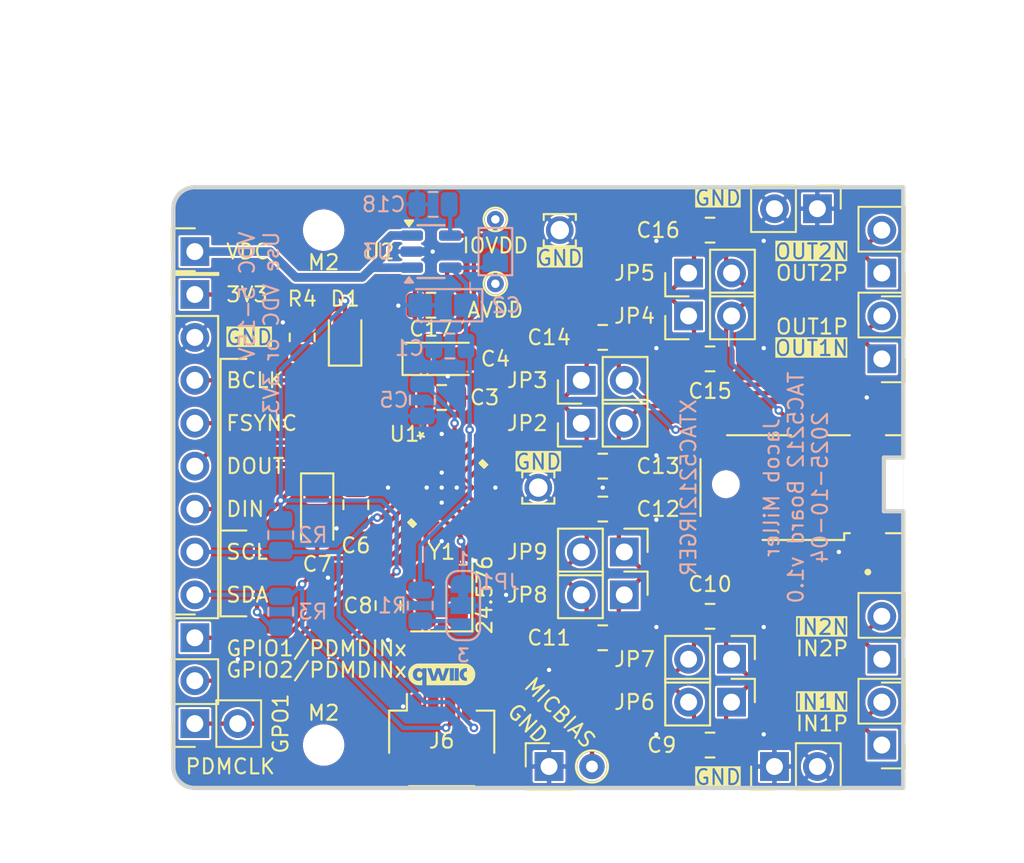
<source format=kicad_pcb>
(kicad_pcb (version 20241229) (generator "pcbnew") (generator_version "9.0")
  (title_block (title "TAC5212 Board") (date "2025-10-04") (rev "v1.0") (company "Jacob Miller"))
  (layers (0 "F.Cu" signal) (4 "In1.Cu" power) (6 "In2.Cu" power) (2 "B.Cu" signal) (13 "F.Paste" user) (15 "B.Paste" user) (5 "F.SilkS" user "F.Silkscreen") (7 "B.SilkS" user "B.Silkscreen") (1 "F.Mask" user) (3 "B.Mask" user) (25 "Edge.Cuts" user))
  (net 0 "")
  (net 1 "+3.3V")
  (net 2 "/DREG")
  (net 3 "/VREF")
  (net 4 "/ADDR")
  (net 5 "Net-(JP1-B)")
  (net 6 "Net-(U1A-MICBIAS)")
  (net 7 "/IN1P")
  (net 8 "OSC")
  (net 9 "GND")
  (net 10 "/IN2P")
  (net 11 "/CIN1P")
  (net 12 "/CIN2P")
  (net 13 "/CIN1N")
  (net 14 "/IN1N")
  (net 15 "/CIN2N")
  (net 16 "/IN2N")
  (net 17 "SCL")
  (net 18 "BCLK")
  (net 19 "FSYNC")
  (net 20 "DIN")
  (net 21 "SDA")
  (net 22 "DOUT")
  (net 23 "/OUT1N")
  (net 24 "/OUT1P")
  (net 25 "/COUT1N")
  (net 26 "/OUT2P")
  (net 27 "/COUT2P")
  (net 28 "/OUT2N")
  (net 29 "/COUT2N")
  (net 30 "/COUT1P")
  (net 31 "Net-(D1-K)")
  (net 32 "/GPO1{slash}PDMCLK")
  (net 33 "/GPIO2{slash}PDMDINx")
  (net 34 "/GPIO1{slash}PDMDINx")
  (net 35 "Net-(U2-BP)")
  (net 36 "VDC")
  (net 39 "AVDD")
  (net 40 "Net-(U3-BP)")
  (footprint "Connector_PinHeader_2.54mm:PinHeader_1x02_P2.54mm_Vertical" (layer "F.Cu") (at 123.19 83.82 180)
    (property "Reference" "J2" (hide yes))
    (property "Value" "AIN1" (hide yes))
  )
  (footprint "Capacitor_Tantalum_SMD:CP_EIA-3216-10_Kemet-I" (layer "F.Cu") (at 97.155 60.96)
    (property "Reference" "C4")
    (property "Value" "10uF")
  )
  (footprint "Connector_PinHeader_2.54mm:PinHeader_1x02_P2.54mm_Vertical" (layer "F.Cu") (at 119.38 52.07 -90)
    (property "Reference" "J3" (hide yes))
    (property "Value" "AOUT_GND" (hide yes))
  )
  (footprint "Connector_PinHeader_2.54mm:PinHeader_1x02_P2.54mm_Vertical" (layer "F.Cu") (at 114.3 78.74 -90)
    (property "Reference" "JP7")
    (property "Value" "IN1N_C_BYP" (hide yes))
  )
  (footprint "Capacitor_SMD:C_0805_2012Metric" (layer "F.Cu") (at 93.98 75.565 90)
    (property "Reference" "C8")
    (property "Value" "0.1uF")
  )
  (footprint "Capacitor_SMD:C_0805_2012Metric" (layer "F.Cu") (at 96.52 57.785 180)
    (property "Reference" "C17")
    (property "Value" "0.1uF")
  )
  (footprint "Connector_PinHeader_2.54mm:PinHeader_1x02_P2.54mm_Vertical" (layer "F.Cu") (at 105.41 62.23 90)
    (property "Reference" "JP3")
    (property "Value" "OUT1P_C_BYP" (hide yes))
  )
  (footprint "LED_SMD:LED_0805_2012Metric" (layer "F.Cu") (at 91.44 59.674 90)
    (property "Reference" "D1")
    (property "Value" "150080VS75000" (hide yes))
  )
  (footprint "Capacitor_SMD:C_0805_2012Metric" (layer "F.Cu") (at 106.685 69.85 180)
    (property "Reference" "C12")
    (property "Value" "10uF")
  )
  (footprint "Capacitor_SMD:C_0805_2012Metric" (layer "F.Cu") (at 106.68 67.31)
    (property "Reference" "C13")
    (property "Value" "10uF")
  )
  (footprint "Package_TO_SOT_SMD:SOT-23-5" (layer "F.Cu") (at 96.52 54.61)
    (property "Reference" "U2")
    (property "Value" "SPX3819M5-L-3-3" (hide yes))
  )
  (footprint "Connector_PinHeader_2.54mm:PinHeader_1x02_P2.54mm_Vertical" (layer "F.Cu") (at 116.84 85.09 90)
    (property "Reference" "J10" (hide yes))
    (property "Value" "AIN_GND" (hide yes))
  )
  (footprint "MountingHole:MountingHole_2.2mm_M2" (layer "F.Cu") (at 90.17 83.82)
    (property "Reference" "H3")
    (property "Value" "MH")
  )
  (footprint "Capacitor_SMD:C_0805_2012Metric" (layer "F.Cu") (at 92.075 69.596 -90)
    (property "Reference" "C6")
    (property "Value" "0.1uF")
  )
  (footprint "Resistor_SMD:R_0805_2012Metric" (layer "F.Cu") (at 88.9 59.69 90)
    (property "Reference" "R4")
    (property "Value" "120")
  )
  (footprint "Connector_PinHeader_2.54mm:PinHeader_1x02_P2.54mm_Vertical" (layer "F.Cu") (at 107.955 72.39 -90)
    (property "Reference" "JP9")
    (property "Value" "IN2N_C_BYP" (hide yes))
  )
  (footprint "Connector_PinHeader_2.54mm:PinHeader_1x08_P2.54mm_Vertical" (layer "F.Cu") (at 82.55 57.15)
    (property "Reference" "J1")
    (property "Value" "DIGI")
  )
  (footprint "TestPoint:TestPoint_THTPad_D1.5mm_Drill0.7mm" (layer "F.Cu") (at 106.045 85.09)
    (property "Reference" "TP1" (hide yes))
    (property "Value" "MICBIAS")
  )
  (footprint "Connectors_JST:JST_SH_SM04B-SRSS-TB_1x04-1MP_P1.00mm_Horizontal" (layer "F.Cu") (at 97.155 83.566)
    (property "Reference" "J6")
    (property "Value" "Qwiic")
  )
  (footprint "TestPoint:TestPoint_THTPad_D1.0mm_Drill0.5mm" (layer "F.Cu") (at 100.33 56.515)
    (property "Reference" "TP5" (hide yes))
    (property "Value" "AVDD")
  )
  (footprint "Oscillator:Oscillator_SMD_SeikoEpson_SG8002CE-4Pin_3.2x2.5mm" (layer "F.Cu") (at 97.155 74.93 90)
    (property "Reference" "Y1")
    (property "Value" "830207659209" (hide yes))
  )
  (footprint "Connector_PinHeader_2.54mm:PinHeader_1x02_P2.54mm_Vertical" (layer "F.Cu") (at 123.19 78.74 180)
    (property "Reference" "J9" (hide yes))
    (property "Value" "AIN2" (hide yes))
  )
  (footprint "Capacitor_SMD:C_0805_2012Metric" (layer "F.Cu") (at 113.03 60.96)
    (property "Reference" "C15")
    (property "Value" "10uF")
  )
  (footprint "Connector_PinHeader_2.54mm:PinHeader_1x02_P2.54mm_Vertical" (layer "F.Cu") (at 111.76 58.42 90)
    (property "Reference" "JP4")
    (property "Value" "OUT2P_C_BYP" (hide yes))
  )
  (footprint "SparkFun-Qwiic:qwiic_4mm" (layer "F.Cu") (at 97.155 79.629)
    (property "Reference" "G***" (hide yes))
    (property "Value" "LOGO" (hide yes))
  )
  (footprint "Connector_PinHeader_2.54mm:PinHeader_1x02_P2.54mm_Vertical" (layer "F.Cu") (at 82.55 82.55 90)
    (property "Reference" "J8" (hide yes))
    (property "Value" "CLK" (hide yes))
  )
  (footprint "Capacitor_SMD:C_0805_2012Metric" (layer "F.Cu") (at 106.68 77.47 180)
    (property "Reference" "C11")
    (property "Value" "10uF")
  )
  (footprint "Connector_PinHeader_2.54mm:PinHeader_1x02_P2.54mm_Vertical" (layer "F.Cu") (at 105.41 64.77 90)
    (property "Reference" "JP2")
    (property "Value" "OUT1N_C_BYP" (hide yes))
  )
  (footprint "footprints_2:1030" (layer "F.Cu") (at 104.14 53.34)
    (property "Reference" "TP4" (hide yes))
    (property "Value" "GND")
  )
  (footprint "MountingHole:MountingHole_2.2mm_M2" (layer "F.Cu") (at 90.17 53.34)
    (property "Reference" "H2")
    (property "Value" "MH")
  )
  (footprint "Capacitor_SMD:C_0805_2012Metric" (layer "F.Cu") (at 113.03 53.34)
    (property "Reference" "C16")
    (property "Value" "10uF")
  )
  (footprint "footprints:VQFN24_RGE_CORNERPADS_TEX" (layer "F.Cu") (at 97.155 68.58 -45)
    (property "Reference" "U1")
    (property "Value" "XTAC5212IRGER")
  )
  (footprint "Connector_PinHeader_2.54mm:PinHeader_1x02_P2.54mm_Vertical" (layer "F.Cu") (at 114.3 81.28 -90)
    (property "Reference" "JP6")
    (property "Value" "IN1P_C_BYP" (hide yes))
  )
  (footprint "Connector_PinHeader_2.54mm:PinHeader_1x02_P2.54mm_Vertical" (layer "F.Cu") (at 123.19 60.96 180)
    (property "Reference" "J11" (hide yes))
    (property "Value" "AOUT1" (hide yes))
  )
  (footprint "Connector_PinHeader_2.54mm:PinHeader_1x02_P2.54mm_Vertical" (layer "F.Cu") (at 111.76 55.88 90)
    (property "Reference" "JP5")
    (property "Value" "OUT2N_C_BYP" (hide yes))
  )
  (footprint "Capacitor_SMD:C_0805_2012Metric" (layer "F.Cu") (at 97.155 63.246)
    (property "Reference" "C3")
    (property "Value" "0.1uF")
  )
  (footprint "Connector_PinHeader_2.54mm:PinHeader_1x02_P2.54mm_Vertical" (layer "F.Cu") (at 123.19 55.88 180)
    (property "Reference" "J12" (hide yes))
    (property "Value" "AOUT2" (hide yes))
  )
  (footprint "Connector_PinHeader_2.54mm:PinHeader_1x02_P2.54mm_Vertical" (layer "F.Cu") (at 107.955 74.93 -90)
    (property "Reference" "JP8")
    (property "Value" "IN2P_C_BYP" (hide yes))
  )
  (footprint "Capacitor_SMD:C_0805_2012Metric" (layer "F.Cu") (at 113.03 83.82 180)
    (property "Reference" "C9")
    (property "Value" "10uF")
  )
  (footprint "Headphone_Jack:TENSILITY_54-00178" (layer "F.Cu") (at 118.4656 68.58 90)
    (property "Reference" "J13" (hide yes))
    (property "Value" "54-00178" (hide yes))
    (fp_line (start 1.8 4.9) (end 1.8 6) (stroke (width 0.01)) (layer "Edge.Cuts"))
    (fp_line (start -1.4 4.9) (end 1.8 4.9) (stroke (width 0.01)) (layer "Edge.Cuts"))
    (fp_line (start 1.8 6) (end -1.4 6) (stroke (width 0.01)) (layer "Edge.Cuts"))
    (fp_line (start -1.4 6) (end -1.4 4.9) (stroke (width 0.01)) (layer "Edge.Cuts"))
  )
  (footprint "TestPoint:TestPoint_THTPad_D1.0mm_Drill0.5mm" (layer "F.Cu") (at 100.33 52.705)
    (property "Reference" "TP3" (hide yes))
    (property "Value" "IOVDD")
  )
  (footprint "Capacitor_Tantalum_SMD:CP_EIA-3216-10_Kemet-I" (layer "F.Cu") (at 89.789 70.0595 -90)
    (property "Reference" "C7")
    (property "Value" "10uF")
  )
  (footprint "Capacitor_SMD:C_0805_2012Metric" (layer "F.Cu") (at 106.68 59.69)
    (property "Reference" "C14")
    (property "Value" "10uF")
  )
  (footprint "Connector_PinHeader_2.54mm:PinHeader_1x01_P2.54mm_Vertical" (layer "F.Cu") (at 103.505 85.09)
    (property "Reference" "J7" (hide yes))
    (property "Value" "MIC_GND" (hide yes))
  )
  (footprint "footprints_2:1030" (layer "F.Cu") (at 102.87 68.58)
    (property "Reference" "TP2" (hide yes))
    (property "Value" "GND")
  )
  (footprint "Capacitor_SMD:C_0805_2012Metric" (layer "F.Cu") (at 113.03 76.2 180)
    (property "Reference" "C10")
    (property "Value" "10uF")
  )
  (footprint "Connector_PinHeader_2.54mm:PinHeader_1x01_P2.54mm_Vertical" (layer "F.Cu") (at 82.55 54.61)
    (property "Reference" "J5")
    (property "Value" "VDC")
  )
  (footprint "Connector_PinHeader_2.54mm:PinHeader_1x02_P2.54mm_Vertical" (layer "F.Cu") (at 82.55 77.47)
    (property "Reference" "J4" (hide yes))
    (property "Value" "DIN" (hide yes))
  )
  (footprint "Resistor_SMD:R_0805_2012Metric" (layer "B.Cu") (at 87.63 71.39 -90)
    (property "Reference" "R2")
    (property "Value" "2.2K")
  )
  (footprint "Capacitor_SMD:C_0805_2012Metric" (layer "B.Cu") (at 96.012 63.3945 -90)
    (property "Reference" "C5")
    (property "Value" "1uF")
  )
  (footprint "Package_TO_SOT_SMD:SOT-23-5" (layer "B.Cu") (at 96.52 54.61)
    (property "Reference" "U3")
    (property "Value" "SPX3819M5-L-3-3" (hide yes))
  )
  (footprint "Capacitor_SMD:C_0805_2012Metric" (layer "B.Cu") (at 97.6415 60.198 180)
    (property "Reference" "C1")
    (property "Value" "0.1uF")
  )
  (footprint "Capacitor_Tantalum_SMD:CP_EIA-3216-10_Kemet-I" (layer "B.Cu") (at 97.239 57.785 180)
    (property "Reference" "C2")
    (property "Value" "10uF")
  )
  (footprint "Jumper:SolderJumper-3_P1.3mm_Bridged12_RoundedPad1.0x1.5mm_NumberLabels" (layer "B.Cu") (at 98.425 75.565 -90)
    (property "Reference" "JP1")
    (property "Value" "ADDR" (hide yes))
  )
  (footprint "Resistor_SMD:R_0805_2012Metric" (layer "B.Cu") (at 95.885 75.565 -90)
    (property "Reference" "R1")
    (property "Value" "R_ADDR")
  )
  (footprint "Resistor_SMD:R_0805_2012Metric" (layer "B.Cu") (at 87.63 75.93 90)
    (property "Reference" "R3")
    (property "Value" "2.2K")
  )
  (footprint "Capacitor_SMD:C_0805_2012Metric" (layer "B.Cu") (at 96.647 51.816 180)
    (property "Reference" "C18")
    (property "Value" "0.1uF")
  )
  (footprint "Jumper:SolderJumper-2_P1.3mm_Open_TrianglePad1.0x1.5mm" (layer "B.Cu") (at 100.33 54.61 90)
    (property "Reference" "JP10" (hide yes))
    (property "Value" "Jumper_2_Small_Open" (hide yes))
  )
  (gr_line (start 84.074 60.96) (end 85.598 60.96) (stroke (width 0.127)) (layer "F.SilkS"))
  (gr_line (start 84.074 60.96) (end 84.074 71.12) (stroke (width 0.127)) (layer "F.SilkS"))
  (gr_line (start 84.074 76.2) (end 85.598 76.2) (stroke (width 0.127)) (layer "F.SilkS"))
  (gr_line (start 84.074 71.12) (end 84.074 76.2) (stroke (width 0.127)) (layer "F.SilkS"))
  (gr_line (start 84.074 71.12) (end 85.598 71.12) (stroke (width 0.127)) (layer "F.SilkS"))
  (gr_arc (start 81.28 52.07) (mid 81.651974 51.171974) (end 82.55 50.8) (stroke (width 0.254)) (layer "Edge.Cuts"))
  (gr_arc (start 82.55 86.36) (mid 81.651974 85.988026) (end 81.28 85.09) (stroke (width 0.254)) (layer "Edge.Cuts"))
  (gr_line (start 123.317 66.802) (end 123.317 69.977) (stroke (width 0.254)) (layer "Edge.Cuts"))
  (gr_line (start 124.46 69.977) (end 124.46 86.36) (stroke (width 0.254)) (layer "Edge.Cuts"))
  (gr_line (start 124.46 66.802) (end 123.317 66.802) (stroke (width 0.254)) (layer "Edge.Cuts"))
  (gr_line (start 124.46 50.8) (end 124.46 66.802) (stroke (width 0.254)) (layer "Edge.Cuts"))
  (gr_line (start 124.46 66.802) (end 124.46 66.802) (stroke (width 0.254)) (layer "Edge.Cuts"))
  (gr_line (start 82.55 50.8) (end 124.46 50.8) (stroke (width 0.254)) (layer "Edge.Cuts"))
  (gr_line (start 124.46 86.36) (end 82.55 86.36) (stroke (width 0.254)) (layer "Edge.Cuts"))
  (gr_line (start 81.28 85.09) (end 81.28 52.07) (stroke (width 0.254)) (layer "Edge.Cuts"))
  (gr_line (start 123.317 69.977) (end 124.4656 69.98) (stroke (width 0.254)) (layer "Edge.Cuts"))
  (gr_text "DIN" (at 84.328 69.85 0) (layer "F.SilkS") (effects (font (size 0.889 0.889) (thickness 0.127)) (justify left)))
  (gr_text "DOUT" (at 84.328 67.31 0) (layer "F.SilkS") (effects (font (size 0.889 0.889) (thickness 0.127)) (justify left)))
  (gr_text "OUT2N" (at 121.285 54.61 0) (layer "F.SilkS" knockout) (effects (font (size 0.889 0.889) (thickness 0.127)) (justify right)))
  (gr_text "IN1N" (at 121.285 81.28 0) (layer "F.SilkS" knockout) (effects (font (size 0.889 0.889) (thickness 0.127)) (justify right)))
  (gr_text "GND" (at 102.235 82.55 315) (layer "F.SilkS") (effects (font (size 0.889 0.889) (thickness 0.127))))
  (gr_text "BCLK" (at 84.328 62.23 0) (layer "F.SilkS") (effects (font (size 0.889 0.889) (thickness 0.127)) (justify left)))
  (gr_text "M2" (at 90.17 81.915 0) (layer "F.SilkS") (effects (font (size 0.889 0.889) (thickness 0.127) (bold yes))))
  (gr_text "GND" (at 84.328 59.69 0) (layer "F.SilkS" knockout) (effects (font (size 0.889 0.889) (thickness 0.127)) (justify left)))
  (gr_text "GND" (at 114.935 51.435 0) (layer "F.SilkS" knockout) (effects (font (size 0.889 0.889) (thickness 0.127)) (justify right)))
  (gr_text "PDMCLK" (at 81.915 85.09 0) (layer "F.SilkS") (effects (font (size 0.889 0.889) (thickness 0.127)) (justify left)))
  (gr_text "GND" (at 114.935 85.725 0) (layer "F.SilkS" knockout) (effects (font (size 0.889 0.889) (thickness 0.127)) (justify right)))
  (gr_text "OUT1N" (at 121.285 60.325 0) (layer "F.SilkS" knockout) (effects (font (size 0.889 0.889) (thickness 0.127)) (justify right)))
  (gr_text "GPO1" (at 87.63 82.55 90) (layer "F.SilkS") (effects (font (size 0.889 0.889) (thickness 0.127))))
  (gr_text "OUT1P" (at 121.285 59.055 0) (layer "F.SilkS") (effects (font (size 0.889 0.889) (thickness 0.127)) (justify right)))
  (gr_text "IN2P" (at 121.285 78.105 0) (layer "F.SilkS") (effects (font (size 0.889 0.889) (thickness 0.127)) (justify right)))
  (gr_text "OUT2P" (at 121.285 55.88 0) (layer "F.SilkS") (effects (font (size 0.889 0.889) (thickness 0.127)) (justify right)))
  (gr_text "GPIO2/PDMDINx" (at 84.328 79.375 0) (layer "F.SilkS") (effects (font (size 0.889 0.889) (thickness 0.127)) (justify left)))
  (gr_text "IN1P" (at 121.285 82.55 0) (layer "F.SilkS") (effects (font (size 0.889 0.889) (thickness 0.127)) (justify right)))
  (gr_text "FSYNC" (at 84.328 64.77 0) (layer "F.SilkS") (effects (font (size 0.889 0.889) (thickness 0.127)) (justify left)))
  (gr_text "3V3" (at 84.328 57.15 0) (layer "F.SilkS") (effects (font (size 0.889 0.889) (thickness 0.127)) (justify left)))
  (gr_text "SCL" (at 84.328 72.39 0) (layer "F.SilkS") (effects (font (size 0.889 0.889) (thickness 0.127)) (justify left)))
  (gr_text "M2" (at 90.17 55.245 0) (layer "F.SilkS") (effects (font (size 0.889 0.889) (thickness 0.127) (bold yes))))
  (gr_text "IN2N" (at 121.285 76.835 0) (layer "F.SilkS" knockout) (effects (font (size 0.889 0.889) (thickness 0.127)) (justify right)))
  (gr_text "SDA" (at 84.328 74.93 0) (layer "F.SilkS") (effects (font (size 0.889 0.889) (thickness 0.127)) (justify left)))
  (gr_text "GPIO1/PDMDINx" (at 84.328 78.105 0) (layer "F.SilkS") (effects (font (size 0.889 0.889) (thickness 0.127)) (justify left)))
  (gr_text "VDC 5-15V\nUse VDC or 3V3" (at 86.36 53.34 90) (layer "B.SilkS") (effects (font (size 0.889 0.889) (thickness 0.127)) (justify left mirror)))
  (gr_text "${COMPANY}\n${TITLE} ${REVISION}\n${ISSUE_DATE}\n" (at 118.11 68.58 90) (layer "B.SilkS") (effects (font (size 0.889 0.889) (thickness 0.127) (bold yes)) (justify mirror)))
  (segment (start 91.926297 59.222797) (end 98.206403 59.222797) (width 0.254) (layer "F.Cu") (net 1))
  (segment (start 98.206403 59.222797) (end 99.06 58.3692) (width 0.254) (layer "F.Cu") (net 1))
  (segment (start 88.265 68.707) (end 89.789 68.707) (width 0.254) (layer "F.Cu") (net 1))
  (segment (start 93.98 74.615) (end 93.98 74.041) (width 0.254) (layer "F.Cu") (net 1))
  (segment (start 96.205 79.06) (end 96.205 76.130001) (width 0.254) (layer "F.Cu") (net 1))
  (segment (start 96.1175 76.217501) (end 96.205 76.130001) (width 0.254) (layer "F.Cu") (net 1))
  (segment (start 94.896915 68.090127) (end 94.624788 67.818) (width 0.254) (layer "F.Cu") (net 1))
  (segment (start 96.655 81.185) (end 96.655 79.51) (width 0.254) (layer "F.Cu") (net 1))
  (segment (start 93.98 74.041) (end 94.488 73.533) (width 0.254) (layer "F.Cu") (net 1))
  (segment (start 98.105 76.130001) (end 96.205 76.130001) (width 0.254) (layer "F.Cu") (net 1))
  (segment (start 100.33 53.34) (end 100.33 52.705) (width 0.254) (layer "F.Cu") (net 1))
  (segment (start 94.624788 67.818) (end 92.903 67.818) (width 0.254) (layer "F.Cu") (net 1))
  (segment (start 92.014 68.707) (end 92.075 68.646) (width 0.254) (layer "F.Cu") (net 1))
  (segment (start 86.233 70.739) (end 87.63 69.342) (width 0.254) (layer "F.Cu") (net 1))
  (segment (start 100.01 53.66) (end 100.33 53.34) (width 0.254) (layer "F.Cu") (net 1))
  (segment (start 96.196001 76.130001) (end 94.681 74.615) (width 0.254) (layer "F.Cu") (net 1))
  (segment (start 91.44 57.531) (end 91.44 58.7365) (width 0.254) (layer "F.Cu") (net 1))
  (segment (start 92.903 67.818) (end 92.075 68.646) (width 0.254) (layer "F.Cu") (net 1))
  (segment (start 94.681 74.615) (end 93.98 74.615) (width 0.254) (layer "F.Cu") (net 1))
  (segment (start 96.205 76.130001) (end 96.196001 76.130001) (width 0.254) (layer "F.Cu") (net 1))
  (segment (start 96.655 79.51) (end 96.205 79.06) (width 0.254) (layer "F.Cu") (net 1))
  (segment (start 91.059 57.15) (end 91.44 57.531) (width 0.254) (layer "F.Cu") (net 1))
  (segment (start 91.44 58.7365) (end 91.926297 59.222797) (width 0.254) (layer "F.Cu") (net 1))
  (segment (start 86.233 75.946) (end 86.233 70.739) (width 0.254) (layer "F.Cu") (net 1))
  (segment (start 87.63 69.342) (end 88.265 68.707) (width 0.254) (layer "F.Cu") (net 1))
  (segment (start 82.55 57.15) (end 91.059 57.15) (width 0.254) (layer "F.Cu") (net 1))
  (segment (start 99.06 58.3692) (end 99.06 53.66) (width 0.254) (layer "F.Cu") (net 1))
  (segment (start 97.6575 53.66) (end 99.06 53.66) (width 0.254) (layer "F.Cu") (net 1))
  (segment (start 89.789 68.707) (end 92.014 68.707) (width 0.254) (layer "F.Cu") (net 1))
  (segment (start 97.6575 53.66) (end 100.01 53.66) (width 0.254) (layer "F.Cu") (net 1))
  (via (at 94.488 73.533) (size 0.508) (drill 0.254) (layers "F.Cu" "B.Cu") (net 1))
  (via (at 87.63 69.342) (size 0.508) (drill 0.254) (layers "F.Cu" "B.Cu") (net 1))
  (via (at 91.44 57.531) (size 0.508) (drill 0.254) (layers "F.Cu" "B.Cu") (net 1))
  (via (at 86.233 75.946) (size 0.508) (drill 0.254) (layers "F.Cu" "B.Cu") (net 1))
  (segment (start 94.488 73.533) (end 94.488 70.231) (width 0.254) (layer "B.Cu") (net 1))
  (segment (start 87.1295 76.8425) (end 86.233 75.946) (width 0.254) (layer "B.Cu") (net 1))
  (segment (start 100.33 52.705) (end 100.33 53.885) (width 0.254) (layer "B.Cu") (net 1))
  (segment (start 87.63 69.342) (end 87.63 61.595) (width 0.254) (layer "B.Cu") (net 1))
  (segment (start 93.599 69.342) (end 87.63 69.342) (width 0.254) (layer "B.Cu") (net 1))
  (segment (start 87.63 76.8425) (end 87.1295 76.8425) (width 0.254) (layer "B.Cu") (net 1))
  (segment (start 94.488 70.231) (end 93.599 69.342) (width 0.254) (layer "B.Cu") (net 1))
  (segment (start 87.63 70.4775) (end 87.63 69.342) (width 0.254) (layer "B.Cu") (net 1))
  (segment (start 87.63 61.595) (end 91.44 57.785) (width 0.254) (layer "B.Cu") (net 1))
  (segment (start 91.44 57.785) (end 91.44 57.531) (width 0.254) (layer "B.Cu") (net 1))
  (segment (start 96.1175 65.774288) (end 96.665127 66.321915) (width 0.254) (layer "F.Cu") (net 2))
  (segment (start 96.1175 61.3625) (end 95.715 60.96) (width 0.254) (layer "F.Cu") (net 2))
  (segment (start 96.1175 63.246) (end 96.1175 65.774288) (width 0.254) (layer "F.Cu") (net 2))
  (segment (start 96.1175 63.246) (end 96.1175 61.3625) (width 0.254) (layer "F.Cu") (net 2))
  (segment (start 97.917 66.049788) (end 97.917 64.77) (width 0.254) (layer "F.Cu") (net 3))
  (segment (start 97.644873 66.321915) (end 97.917 66.049788) (width 0.254) (layer "F.Cu") (net 3))
  (via (at 97.917 64.77) (size 0.508) (drill 0.254) (layers "F.Cu" "B.Cu") (net 3))
  (segment (start 97.917 64.262) (end 97.917 64.77) (width 0.254) (layer "B.Cu") (net 3))
  (segment (start 96.012 62.357) (end 97.917 64.262) (width 0.254) (layer "B.Cu") (net 3))
  (segment (start 97.644873 70.838085) (end 97.644873 70.847873) (width 0.254) (layer "F.Cu") (net 4))
  (segment (start 98.298 71.501) (end 98.298 71.755) (width 0.254) (layer "F.Cu") (net 4))
  (segment (start 97.644873 70.847873) (end 98.298 71.501) (width 0.254) (layer "F.Cu") (net 4))
  (via (at 98.298 71.755) (size 0.508) (drill 0.254) (layers "F.Cu" "B.Cu") (net 4))
  (segment (start 98.298 71.755) (end 98.425 71.882) (width 0.254) (layer "B.Cu") (net 4))
  (segment (start 98.425 71.882) (end 98.425 74.265) (width 0.254) (layer "B.Cu") (net 4))
  (segment (start 98.0375 76.4775) (end 98.425 76.865) (width 0.254) (layer "B.Cu") (net 5))
  (segment (start 95.885 76.4775) (end 98.0375 76.4775) (width 0.254) (layer "B.Cu") (net 5))
  (segment (start 97.998515 70.484443) (end 99.695 72.180928) (width 0.254) (layer "F.Cu") (net 6))
  (segment (start 99.695 77.47) (end 106.045 83.82) (width 0.254) (layer "F.Cu") (net 6))
  (segment (start 106.045 83.82) (end 106.045 85.09) (width 0.254) (layer "F.Cu") (net 6))
  (segment (start 99.695 72.180928) (end 99.695 77.47) (width 0.254) (layer "F.Cu") (net 6))
  (segment (start 112.08 83.82) (end 112.08 81.6) (width 0.254) (layer "F.Cu") (net 7))
  (segment (start 105.791001 80.264001) (end 110.744001 80.264001) (width 0.254) (layer "F.Cu") (net 7))
  (segment (start 102.743 77.216) (end 105.791001 80.264001) (width 0.254) (layer "F.Cu") (net 7))
  (segment (start 102.743 74.527211) (end 102.743 77.216) (width 0.254) (layer "F.Cu") (net 7))
  (segment (start 112.08 81.6) (end 111.76 81.28) (width 0.254) (layer "F.Cu") (net 7))
  (segment (start 98.352158 70.136369) (end 102.743 74.527211) (width 0.254) (layer "F.Cu") (net 7))
  (segment (start 98.352158 70.1308) (end 98.352158 70.136369) (width 0.254) (layer "F.Cu") (net 7))
  (segment (start 110.744001 80.264001) (end 111.76 81.28) (width 0.254) (layer "F.Cu") (net 7))
  (segment (start 96.205 71.298212) (end 96.665127 70.838085) (width 0.254) (layer "F.Cu") (net 8))
  (segment (start 96.205 73.729999) (end 96.205 71.298212) (width 0.254) (layer "F.Cu") (net 8))
  (segment (start 95.3825 54.61) (end 96.6216 54.61) (width 0.508) (layer "F.Cu") (net 9))
  (segment (start 97.15504 66.139027) (end 97.15504 65.40504) (width 0.254) (layer "F.Cu") (net 9))
  (segment (start 122.3656 65.13) (end 122.3656 71.63) (width 0.254) (layer "F.Cu") (net 9))
  (segment (start 94.714027 68.58004) (end 93.98004 68.58004) (width 0.254) (layer "F.Cu") (net 9))
  (segment (start 91.7155 70.993) (end 92.075 70.6335) (width 0.254) (layer "F.Cu") (net 9))
  (segment (start 97.15496 71.75496) (end 97.155 71.755) (width 0.254) (layer "F.Cu") (net 9))
  (segment (start 121.41 71.63) (end 120.65 72.39) (width 0.254) (layer "F.Cu") (net 9))
  (segment (start 97.15496 71.020973) (end 97.15496 71.75496) (width 0.254) (layer "F.Cu") (net 9))
  (segment (start 102.866 68.576) (end 102.87 68.58) (width 0.254) (layer "F.Cu") (net 9))
  (segment (start 93.98004 68.58004) (end 93.98 68.58) (width 0.254) (layer "F.Cu") (net 9))
  (segment (start 97.15504 65.40504) (end 97.155 65.405) (width 0.254) (layer "F.Cu") (net 9))
  (segment (start 122.3656 63.3106) (end 122.301 63.246) (width 0.254) (layer "F.Cu") (net 9))
  (segment (start 122.3656 71.63) (end 121.41 71.63) (width 0.254) (layer "F.Cu") (net 9))
  (segment (start 99.595973 68.57996) (end 100.32996 68.57996) (width 0.254) (layer "F.Cu") (net 9))
  (segment (start 100.32996 68.57996) (end 100.33 68.58) (width 0.254) (layer "F.Cu") (net 9))
  (segment (start 122.3656 65.13) (end 122.3656 63.3106) (width 0.254) (layer "F.Cu") (net 9))
  (via (at 94.869 81.534) (size 0.508) (drill 0.254) (layers "F.Cu" "B.Cu") (net 9))
  (via (at 93.98 68.58) (size 0.508) (drill 0.254) (layers "F.Cu" "B.Cu") (net 9))
  (via (at 94.5896 57.8104) (size 0.508) (drill 0.254) (layers "F.Cu" "B.Cu") (net 9))
  (via (at 96.6216 54.61) (size 0.508) (drill 0.254) (layers "F.Cu" "B.Cu") (net 9))
  (via (at 116.205 76.835) (size 0.508) (drill 0.254) (layers "F.Cu" "B.Cu") (net 9))
  (via (at 106.68 68.58) (size 0.508) (drill 0.254) (layers "F.Cu" "B.Cu") (net 9))
  (via (at 109.855 70.485) (size 0.508) (drill 0.254) (layers "F.Cu" "B.Cu") (net 9))
  (via (at 103.505 79.375) (size 0.508) (drill 0.254) (layers "F.Cu" "B.Cu") (net 9))
  (via (at 120.65 72.39) (size 0.508) (drill 0.254) (layers "F.Cu" "B.Cu") (net 9))
  (via (at 109.855 53.975) (size 0.508) (drill 0.254) (layers "F.Cu" "B.Cu") (net 9))
  (via (at 96.266 68.58) (size 0.508) (drill 0.254) (layers "F.Cu" "B.Cu") (net 9))
  (via (at 97.155 69.469) (size 0.508) (drill 0.254) (layers "F.Cu" "B.Cu") (net 9))
  (via (at 116.205 60.325) (size 0.508) (drill 0.254) (layers "F.Cu" "B.Cu") (net 9))
  (via (at 109.855 66.675) (size 0.508) (drill 0.254) (layers "F.Cu" "B.Cu") (net 9))
  (via (at 116.205 53.975) (size 0.508) (drill 0.254) (layers "F.Cu" "B.Cu") (net 9))
  (via (at 97.155 71.755) (size 0.508) (drill 0.254) (layers "F.Cu" "B.Cu") (net 9))
  (via (at 98.044 68.58) (size 0.508) (drill 0.254) (layers "F.Cu" "B.Cu") (net 9))
  (via (at 87.757 58.801) (size 0.508) (drill 0.254) (layers "F.Cu" "B.Cu") (net 9))
  (via (at 97.155 65.405) (size 0.508) (drill 0.254) (layers "F.Cu" "B.Cu") (net 9))
  (via (at 93.98 77.597) (size 0.508) (drill 0.254) (layers "F.Cu" "B.Cu") (net 9))
  (via (at 90.424 73.914) (size 0.508) (drill 0.254) (layers "F.Cu" "B.Cu") (net 9))
  (via (at 97.516218 61.991704) (size 0.508) (drill 0.254) (layers "F.Cu" "B.Cu") (net 9))
  (via (at 100.33 68.58) (size 0.508) (drill 0.254) (layers "F.Cu" "B.Cu") (net 9))
  (via (at 90.932 70.993) (size 0.508) (drill 0.254) (layers "F.Cu" "B.Cu") (net 9))
  (via (at 97.155 68.58) (size 0.508) (drill 0.254) (layers "F.Cu" "B.Cu") (net 9))
  (via (at 97.155 67.691) (size 0.508) (drill 0.254) (layers "F.Cu" "B.Cu") (net 9))
  (via (at 85.09 78.74) (size 0.508) (drill 0.254) (layers "F.Cu" "B.Cu") (net 9))
  (via (at 122.301 63.246) (size 0.508) (drill 0.254) (layers "F.Cu" "B.Cu") (net 9))
  (via (at 109.855 76.835) (size 0.508) (drill 0.254) (layers "F.Cu" "B.Cu") (net 9))
  (via (at 100.965 74.93) (size 0.508) (drill 0.254) (layers "F.Cu" "B.Cu") (net 9))
  (via (at 109.855 83.185) (size 0.508) (drill 0.254) (layers "F.Cu" "B.Cu") (net 9))
  (via (at 109.855 60.325) (size 0.508) (drill 0.254) (layers "F.Cu" "B.Cu") (net 9))
  (via (at 99.06 72.898) (size 0.508) (drill 0.254) (layers "F.Cu" "B.Cu") (net 9))
  (via (at 116.205 83.185) (size 0.508) (drill 0.254) (layers "F.Cu" "B.Cu") (net 9))
  (segment (start 102.616 68.834) (end 102.87 68.58) (width 0.254) (layer "B.Cu") (net 9))
  (segment (start 102.616 68.326) (end 102.87 68.58) (width 0.254) (layer "B.Cu") (net 9))
  (segment (start 95.3825 54.61) (end 96.6216 54.61) (width 0.508) (layer "B.Cu") (net 9))
  (segment (start 104.399001 73.914001) (end 105.415 74.93) (width 0.254) (layer "F.Cu") (net 10))
  (segment (start 103.54436 73.914001) (end 104.399001 73.914001) (width 0.254) (layer "F.Cu") (net 10))
  (segment (start 105.73 77.47) (end 105.73 75.245) (width 0.254) (layer "F.Cu") (net 10))
  (segment (start 99.059443 69.423515) (end 99.059443 69.429084) (width 0.254) (layer "F.Cu") (net 10))
  (segment (start 105.73 75.245) (end 105.415 74.93) (width 0.254) (layer "F.Cu") (net 10))
  (segment (start 99.059443 69.429084) (end 103.54436 73.914001) (width 0.254) (layer "F.Cu") (net 10))
  (segment (start 115.316 80.264) (end 116.73479 80.264) (width 0.254) (layer "F.Cu") (net 11))
  (segment (start 113.98 83.82) (end 113.98 81.6) (width 0.254) (layer "F.Cu") (net 11))
  (segment (start 116.73479 80.264) (end 119.27479 82.804) (width 0.254) (layer "F.Cu") (net 11))
  (segment (start 113.98 81.6) (end 114.3 81.28) (width 0.254) (layer "F.Cu") (net 11))
  (segment (start 119.27479 82.804) (end 122.174 82.804) (width 0.254) (layer "F.Cu") (net 11))
  (segment (start 122.174 82.804) (end 123.19 83.82) (width 0.254) (layer "F.Cu") (net 11))
  (segment (start 114.3 81.28) (end 115.316 80.264) (width 0.254) (layer "F.Cu") (net 11))
  (segment (start 107.63 75.255) (end 107.955 74.93) (width 0.254) (layer "F.Cu") (net 12))
  (segment (start 116.22679 74.676) (end 119.27479 77.724) (width 0.254) (layer "F.Cu") (net 12))
  (segment (start 108.971 73.914) (end 110.51179 73.914) (width 0.254) (layer "F.Cu") (net 12))
  (segment (start 107.63 77.47) (end 107.63 75.255) (width 0.254) (layer "F.Cu") (net 12))
  (segment (start 110.51179 73.914) (end 111.27379 74.676) (width 0.254) (layer "F.Cu") (net 12))
  (segment (start 107.955 74.93) (end 108.971 73.914) (width 0.254) (layer "F.Cu") (net 12))
  (segment (start 119.27479 77.724) (end 122.174 77.724) (width 0.254) (layer "F.Cu") (net 12))
  (segment (start 122.174 77.724) (end 123.19 78.74) (width 0.254) (layer "F.Cu") (net 12))
  (segment (start 111.27379 74.676) (end 116.22679 74.676) (width 0.254) (layer "F.Cu") (net 12))
  (segment (start 116.94521 79.756) (end 119.48521 82.296) (width 0.254) (layer "F.Cu") (net 13))
  (segment (start 122.174 82.296) (end 123.19 81.28) (width 0.254) (layer "F.Cu") (net 13))
  (segment (start 119.48521 82.296) (end 122.174 82.296) (width 0.254) (layer "F.Cu") (net 13))
  (segment (start 113.98 76.2) (end 113.98 78.42) (width 0.254) (layer "F.Cu") (net 13))
  (segment (start 114.3 78.74) (end 115.316 79.756) (width 0.254) (layer "F.Cu") (net 13))
  (segment (start 115.316 79.756) (end 116.94521 79.756) (width 0.254) (layer "F.Cu") (net 13))
  (segment (start 113.98 78.42) (end 114.3 78.74) (width 0.254) (layer "F.Cu") (net 13))
  (segment (start 112.08 78.42) (end 111.76 78.74) (width 0.254) (layer "F.Cu") (net 14))
  (segment (start 103.251 74.316789) (end 103.251 77.00558) (width 0.254) (layer "F.Cu") (net 14))
  (segment (start 106.001419 79.755999) (end 110.744001 79.755999) (width 0.254) (layer "F.Cu") (net 14))
  (segment (start 98.711369 69.777158) (end 103.251 74.316789) (width 0.254) (layer "F.Cu") (net 14))
  (segment (start 103.251 77.00558) (end 106.001419 79.755999) (width 0.254) (layer "F.Cu") (net 14))
  (segment (start 110.744001 79.755999) (end 111.76 78.74) (width 0.254) (layer "F.Cu") (net 14))
  (segment (start 112.08 76.2) (end 112.08 78.42) (width 0.254) (layer "F.Cu") (net 14))
  (segment (start 98.7058 69.777158) (end 98.711369 69.777158) (width 0.254) (layer "F.Cu") (net 14))
  (segment (start 108.971 73.406) (end 110.72221 73.406) (width 0.254) (layer "F.Cu") (net 15))
  (segment (start 119.48521 77.216) (end 122.174 77.216) (width 0.254) (layer "F.Cu") (net 15))
  (segment (start 107.635 69.85) (end 107.635 72.07) (width 0.254) (layer "F.Cu") (net 15))
  (segment (start 116.43721 74.168) (end 119.48521 77.216) (width 0.254) (layer "F.Cu") (net 15))
  (segment (start 122.174 77.216) (end 123.19 76.2) (width 0.254) (layer "F.Cu") (net 15))
  (segment (start 111.48421 74.168) (end 116.43721 74.168) (width 0.254) (layer "F.Cu") (net 15))
  (segment (start 107.955 72.39) (end 108.971 73.406) (width 0.254) (layer "F.Cu") (net 15))
  (segment (start 107.635 72.07) (end 107.955 72.39) (width 0.254) (layer "F.Cu") (net 15))
  (segment (start 110.72221 73.406) (end 111.48421 74.168) (width 0.254) (layer "F.Cu") (net 15))
  (segment (start 105.735 69.85) (end 105.735 72.07) (width 0.254) (layer "F.Cu") (net 16))
  (segment (start 99.413085 69.069873) (end 99.418654 69.069873) (width 0.254) (layer "F.Cu") (net 16))
  (segment (start 103.75478 73.405999) (end 104.399001 73.405999) (width 0.254) (layer "F.Cu") (net 16))
  (segment (start 99.418654 69.069873) (end 103.75478 73.405999) (width 0.254) (layer "F.Cu") (net 16))
  (segment (start 104.399001 73.405999) (end 105.415 72.39) (width 0.254) (layer "F.Cu") (net 16))
  (segment (start 105.735 72.07) (end 105.415 72.39) (width 0.254) (layer "F.Cu") (net 16))
  (segment (start 98.655 82.399) (end 99.06 82.804) (width 0.254) (layer "F.Cu") (net 17))
  (segment (start 93.599 70.358) (end 93.345 70.358) (width 0.254) (layer "F.Cu") (net 17))
  (segment (start 94.887127 69.069873) (end 93.599 70.358) (width 0.254) (layer "F.Cu") (net 17))
  (segment (start 94.896915 69.069873) (end 94.887127 69.069873) (width 0.254) (layer "F.Cu") (net 17))
  (segment (start 98.655 81.185) (end 98.655 82.399) (width 0.254) (layer "F.Cu") (net 17))
  (via (at 99.06 82.804) (size 0.508) (drill 0.254) (layers "F.Cu" "B.Cu") (net 17))
  (via (at 93.345 70.358) (size 0.508) (drill 0.254) (layers "F.Cu" "B.Cu") (net 17))
  (segment (start 91.059 72.39) (end 87.63 72.39) (width 0.254) (layer "B.Cu") (net 17))
  (segment (start 93.091 70.358) (end 93.345 70.358) (width 0.254) (layer "B.Cu") (net 17))
  (segment (start 91.059 76.2) (end 91.059 72.39) (width 0.254) (layer "B.Cu") (net 17))
  (segment (start 96.139 81.28) (end 91.059 76.2) (width 0.254) (layer "B.Cu") (net 17))
  (segment (start 87.63 72.39) (end 82.55 72.39) (width 0.254) (layer "B.Cu") (net 17))
  (segment (start 99.06 82.804) (end 97.536 81.28) (width 0.254) (layer "B.Cu") (net 17))
  (segment (start 97.536 81.28) (end 96.139 81.28) (width 0.254) (layer "B.Cu") (net 17))
  (segment (start 91.059 72.39) (end 93.091 70.358) (width 0.254) (layer "B.Cu") (net 17))
  (segment (start 91.865928 62.23) (end 96.311485 66.675557) (width 0.254) (layer "F.Cu") (net 18))
  (segment (start 82.55 62.23) (end 91.865928 62.23) (width 0.254) (layer "F.Cu") (net 18))
  (segment (start 86.365071 64.77) (end 82.955191 64.77) (width 0.254) (layer "F.Cu") (net 19))
  (segment (start 95.957842 67.0292) (end 93.698642 64.77) (width 0.254) (layer "F.Cu") (net 19))
  (segment (start 86.466671 64.77) (end 86.365071 64.77) (width 0.254) (layer "F.Cu") (net 19))
  (segment (start 86.669871 64.172747) (end 86.669871 64.5668) (width 0.254) (layer "F.Cu") (net 19))
  (segment (start 82.955191 64.77) (end 82.55 64.77) (width 0.254) (layer "F.Cu") (net 19))
  (segment (start 86.974671 63.969547) (end 86.873071 63.969547) (width 0.254) (layer "F.Cu") (net 19))
  (segment (start 87.177871 64.5668) (end 87.177871 64.172747) (width 0.254) (layer "F.Cu") (net 19))
  (segment (start 93.698642 64.77) (end 87.381071 64.77) (width 0.254) (layer "F.Cu") (net 19))
  (arc (start 86.669871 64.5668) (mid 86.610355 64.710484) (end 86.466671 64.77) (width 0.254) (layer "F.Cu") (net 19))
  (arc (start 87.381071 64.77) (mid 87.237387 64.710484) (end 87.177871 64.5668) (width 0.254) (layer "F.Cu") (net 19))
  (arc (start 86.873071 63.969547) (mid 86.729387 64.029063) (end 86.669871 64.172747) (width 0.254) (layer "F.Cu") (net 19))
  (arc (start 87.177871 64.172747) (mid 87.118355 64.029063) (end 86.974671 63.969547) (width 0.254) (layer "F.Cu") (net 19))
  (segment (start 95.250557 67.736485) (end 94.697072 67.183) (width 0.254) (layer "F.Cu") (net 20))
  (segment (start 85.643959 69.089253) (end 85.256039 68.701333) (width 0.254) (layer "F.Cu") (net 20))
  (segment (start 94.697072 67.183) (end 86.487 67.183) (width 0.254) (layer "F.Cu") (net 20))
  (segment (start 86.003168 69.017411) (end 85.931327 69.089253) (width 0.254) (layer "F.Cu") (net 20))
  (segment (start 83.82 69.85) (end 82.55 69.85) (width 0.254) (layer "F.Cu") (net 20))
  (segment (start 84.896827 68.773174) (end 84.095696 69.574304) (width 0.254) (layer "F.Cu") (net 20))
  (segment (start 85.615247 68.342122) (end 86.003168 68.730043) (width 0.254) (layer "F.Cu") (net 20))
  (segment (start 84.095696 69.574304) (end 83.82 69.85) (width 0.254) (layer "F.Cu") (net 20))
  (segment (start 84.968671 68.701333) (end 84.896827 68.773174) (width 0.254) (layer "F.Cu") (net 20))
  (segment (start 86.487 67.183) (end 85.615248 68.054752) (width 0.254) (layer "F.Cu") (net 20))
  (arc (start 86.003168 68.730043) (mid 86.062684 68.873727) (end 86.003168 69.017411) (width 0.254) (layer "F.Cu") (net 20))
  (arc (start 85.256039 68.701333) (mid 85.112355 68.641817) (end 84.968671 68.701333) (width 0.254) (layer "F.Cu") (net 20))
  (arc (start 85.931327 69.089253) (mid 85.787643 69.148769) (end 85.643959 69.089253) (width 0.254) (layer "F.Cu") (net 20))
  (arc (start 85.615248 68.054752) (mid 85.555731 68.198438) (end 85.615247 68.342122) (width 0.254) (layer "F.Cu") (net 20))
  (segment (start 91.903072 72.771) (end 90.423998 72.771) (width 0.254) (layer "F.Cu") (net 21))
  (segment (start 97.655 81.185) (end 97.655 82.558) (width 0.254) (layer "F.Cu") (net 21))
  (segment (start 97.655 82.558) (end 97.409 82.804) (width 0.254) (layer "F.Cu") (net 21))
  (segment (start 95.250557 69.423515) (end 91.903072 72.771) (width 0.254) (layer "F.Cu") (net 21))
  (segment (start 90.423998 72.771) (end 88.9 74.294998) (width 0.254) (layer "F.Cu") (net 21))
  (via (at 88.9 74.294998) (size 0.508) (drill 0.254) (layers "F.Cu" "B.Cu") (net 21))
  (via (at 97.409 82.804) (size 0.508) (drill 0.254) (layers "F.Cu" "B.Cu") (net 21))
  (segment (start 88.9 76.835) (end 94.869 82.804) (width 0.254) (layer "B.Cu") (net 21))
  (segment (start 88.264998 74.93) (end 88.9 74.294998) (width 0.254) (layer "B.Cu") (net 21))
  (segment (start 82.55 74.93) (end 88.264998 74.93) (width 0.254) (layer "B.Cu") (net 21))
  (segment (start 88.9 74.294998) (end 88.9 76.835) (width 0.254) (layer "B.Cu") (net 21))
  (segment (start 94.869 82.804) (end 97.409 82.804) (width 0.254) (layer "B.Cu") (net 21))
  (segment (start 84.504531 65.913) (end 84.402931 65.913) (width 0.254) (layer "F.Cu") (net 22))
  (segment (start 84.707731 66.56114) (end 84.707731 66.1162) (width 0.254) (layer "F.Cu") (net 22))
  (segment (start 95.6042 67.382842) (end 94.134358 65.913) (width 0.254) (layer "F.Cu") (net 22))
  (segment (start 85.012531 66.76434) (end 84.910931 66.76434) (width 0.254) (layer "F.Cu") (net 22))
  (segment (start 94.134358 65.913) (end 85.418931 65.913) (width 0.254) (layer "F.Cu") (net 22))
  (segment (start 85.215731 66.1162) (end 85.215731 66.56114) (width 0.254) (layer "F.Cu") (net 22))
  (segment (start 84.402931 65.913) (end 83.947 65.913) (width 0.254) (layer "F.Cu") (net 22))
  (segment (start 83.488954 66.371046) (end 82.55 67.31) (width 0.254) (layer "F.Cu") (net 22))
  (segment (start 83.552434 66.307565) (end 83.488954 66.371046) (width 0.254) (layer "F.Cu") (net 22))
  (segment (start 83.947 65.913) (end 83.552434 66.307565) (width 0.254) (layer "F.Cu") (net 22))
  (arc (start 85.215731 66.56114) (mid 85.156215 66.704824) (end 85.012531 66.76434) (width 0.254) (layer "F.Cu") (net 22))
  (arc (start 84.707731 66.1162) (mid 84.648215 65.972516) (end 84.504531 65.913) (width 0.254) (layer "F.Cu") (net 22))
  (arc (start 85.418931 65.913) (mid 85.275247 65.972516) (end 85.215731 66.1162) (width 0.254) (layer "F.Cu") (net 22))
  (arc (start 84.910931 66.76434) (mid 84.767247 66.704824) (end 84.707731 66.56114) (width 0.254) (layer "F.Cu") (net 22))
  (segment (start 105.73 65.09) (end 105.41 64.77) (width 0.254) (layer "F.Cu") (net 23))
  (segment (start 99.418654 68.090127) (end 103.75478 63.754001) (width 0.254) (layer "F.Cu") (net 23))
  (segment (start 105.73 67.31) (end 105.73 65.09) (width 0.254) (layer "F.Cu") (net 23))
  (segment (start 104.394001 63.754001) (end 105.41 64.77) (width 0.254) (layer "F.Cu") (net 23))
  (segment (start 99.413085 68.090127) (end 99.418654 68.090127) (width 0.254) (layer "F.Cu") (net 23))
  (segment (start 103.75478 63.754001) (end 104.394001 63.754001) (width 0.254) (layer "F.Cu") (net 23))
  (segment (start 105.73 61.91) (end 105.41 62.23) (width 0.254) (layer "F.Cu") (net 24))
  (segment (start 105.73 59.69) (end 105.73 61.91) (width 0.254) (layer "F.Cu") (net 24))
  (segment (start 99.059443 67.736485) (end 99.059443 67.730916) (width 0.254) (layer "F.Cu") (net 24))
  (segment (start 104.394001 63.245999) (end 105.41 62.23) (width 0.254) (layer "F.Cu") (net 24))
  (segment (start 99.059443 67.730916) (end 103.54436 63.245999) (width 0.254) (layer "F.Cu") (net 24))
  (segment (start 103.54436 63.245999) (end 104.394001 63.245999) (width 0.254) (layer "F.Cu") (net 24))
  (segment (start 107.63 67.31) (end 107.63 65.09) (width 0.254) (layer "F.Cu") (net 25))
  (segment (start 107.95 64.77) (end 108.965999 63.754001) (width 0.254) (layer "F.Cu") (net 25))
  (segment (start 111.48421 62.992) (end 117.07221 62.992) (width 0.254) (layer "F.Cu") (net 25))
  (segment (start 107.63 65.09) (end 107.95 64.77) (width 0.254) (layer "F.Cu") (net 25))
  (segment (start 108.965999 63.754001) (end 110.722209 63.754001) (width 0.254) (layer "F.Cu") (net 25))
  (segment (start 122.174001 59.944001) (end 123.19 60.96) (width 0.254) (layer "F.Cu") (net 25))
  (segment (start 110.722209 63.754001) (end 111.48421 62.992) (width 0.254) (layer "F.Cu") (net 25))
  (segment (start 117.07221 62.992) (end 120.120209 59.944001) (width 0.254) (layer "F.Cu") (net 25))
  (segment (start 120.120209 59.944001) (end 122.174001 59.944001) (width 0.254) (layer "F.Cu") (net 25))
  (segment (start 98.7058 67.382842) (end 98.711369 67.382842) (width 0.254) (layer "F.Cu") (net 26))
  (segment (start 103.251 60.17621) (end 106.02321 57.404) (width 0.254) (layer "F.Cu") (net 26))
  (segment (start 103.251 62.843211) (end 103.251 60.17621) (width 0.254) (layer "F.Cu") (net 26))
  (segment (start 98.711369 67.382842) (end 103.251 62.843211) (width 0.254) (layer "F.Cu") (net 26))
  (segment (start 106.02321 57.404) (end 110.744 57.404) (width 0.254) (layer "F.Cu") (net 26))
  (segment (start 112.08 60.96) (end 112.08 58.74) (width 0.254) (layer "F.Cu") (net 26))
  (segment (start 110.744 57.404) (end 111.76 58.42) (width 0.254) (layer "F.Cu") (net 26))
  (segment (start 112.08 58.74) (end 111.76 58.42) (width 0.254) (layer "F.Cu") (net 26))
  (segment (start 119.48521 54.864) (end 122.174 54.864) (width 0.254) (layer "F.Cu") (net 27))
  (segment (start 116.945209 57.404001) (end 119.48521 54.864) (width 0.254) (layer "F.Cu") (net 27))
  (segment (start 115.315999 57.404001) (end 116.945209 57.404001) (width 0.254) (layer "F.Cu") (net 27))
  (segment (start 113.98 58.74) (end 114.3 58.42) (width 0.254) (layer "F.Cu") (net 27))
  (segment (start 117.094 64.008) (end 118.216 65.13) (width 0.254) (layer "F.Cu") (net 27))
  (segment (start 118.216 65.13) (end 118.9656 65.13) (width 0.254) (layer "F.Cu") (net 27))
  (segment (start 114.3 58.42) (end 115.315999 57.404001) (width 0.254) (layer "F.Cu") (net 27))
  (segment (start 113.98 60.96) (end 113.98 58.74) (width 0.254) (layer "F.Cu") (net 27))
  (segment (start 122.174 54.864) (end 123.19 55.88) (width 0.254) (layer "F.Cu") (net 27))
  (via (at 117.094 64.008) (size 0.508) (drill 0.254) (layers "F.Cu" "B.Cu") (net 27))
  (segment (start 114.3 61.214) (end 114.3 58.42) (width 0.254) (layer "B.Cu") (net 27))
  (segment (start 117.094 64.008) (end 114.3 61.214) (width 0.254) (layer "B.Cu") (net 27))
  (segment (start 112.08 55.56) (end 111.76 55.88) (width 0.254) (layer "F.Cu") (net 28))
  (segment (start 105.81279 56.896) (end 110.744 56.896) (width 0.254) (layer "F.Cu") (net 28))
  (segment (start 112.08 53.34) (end 112.08 55.56) (width 0.254) (layer "F.Cu") (net 28))
  (segment (start 102.743 59.96579) (end 105.81279 56.896) (width 0.254) (layer "F.Cu") (net 28))
  (segment (start 98.352158 67.023631) (end 102.743 62.632789) (width 0.254) (layer "F.Cu") (net 28))
  (segment (start 110.744 56.896) (end 111.76 55.88) (width 0.254) (layer "F.Cu") (net 28))
  (segment (start 98.352158 67.0292) (end 98.352158 67.023631) (width 0.254) (layer "F.Cu") (net 28))
  (segment (start 102.743 62.632789) (end 102.743 59.96579) (width 0.254) (layer "F.Cu") (net 28))
  (segment (start 115.315999 56.895999) (end 116.734791 56.895999) (width 0.254) (layer "F.Cu") (net 29))
  (segment (start 113.98 55.56) (end 114.3 55.88) (width 0.254) (layer "F.Cu") (net 29))
  (segment (start 119.27479 54.356) (end 122.174 54.356) (width 0.254) (layer "F.Cu") (net 29))
  (segment (start 116.734791 56.895999) (end 119.27479 54.356) (width 0.254) (layer "F.Cu") (net 29))
  (segment (start 113.98 53.34) (end 113.98 55.56) (width 0.254) (layer "F.Cu") (net 29))
  (segment (start 122.174 54.356) (end 123.19 53.34) (width 0.254) (layer "F.Cu") (net 29))
  (segment (start 114.3 55.88) (end 115.315999 56.895999) (width 0.254) (layer "F.Cu") (net 29))
  (segment (start 112.9446 65.151) (end 112.9656 65.13) (width 0.254) (layer "F.Cu") (net 30))
  (segment (start 116.86179 62.484) (end 119.909791 59.435999) (width 0.254) (layer "F.Cu") (net 30))
  (segment (start 107.63 59.69) (end 107.63 61.91) (width 0.254) (layer "F.Cu") (net 30))
  (segment (start 110.511791 63.245999) (end 111.27379 62.484) (width 0.254) (layer "F.Cu") (net 30))
  (segment (start 107.63 61.91) (end 107.95 62.23) (width 0.254) (layer "F.Cu") (net 30))
  (segment (start 122.174001 59.435999) (end 123.19 58.42) (width 0.254) (layer "F.Cu") (net 30))
  (segment (start 108.965999 63.245999) (end 110.511791 63.245999) (width 0.254) (layer "F.Cu") (net 30))
  (segment (start 111.27379 62.484) (end 116.86179 62.484) (width 0.254) (layer "F.Cu") (net 30))
  (segment (start 107.95 62.23) (end 108.965999 63.245999) (width 0.254) (layer "F.Cu") (net 30))
  (segment (start 119.909791 59.435999) (end 122.174001 59.435999) (width 0.254) (layer "F.Cu") (net 30))
  (segment (start 110.998 65.151) (end 112.9446 65.151) (width 0.254) (layer "F.Cu") (net 30))
  (via (at 110.998 65.151) (size 0.508) (drill 0.254) (layers "F.Cu" "B.Cu") (net 30))
  (segment (start 110.871 65.151) (end 110.998 65.151) (width 0.254) (layer "B.Cu") (net 30))
  (segment (start 107.95 62.23) (end 110.871 65.151) (width 0.254) (layer "B.Cu") (net 30))
  (segment (start 91.431 60.69) (end 91.44 60.699) (width 0.254) (layer "F.Cu") (net 31))
  (segment (start 88.9 60.69) (end 91.431 60.69) (width 0.254) (layer "F.Cu") (net 31))
  (segment (start 96.311485 70.484443) (end 92.456 74.339928) (width 0.254) (layer "F.Cu") (net 32))
  (segment (start 86.868 82.55) (end 85.09 82.55) (width 0.254) (layer "F.Cu") (net 32))
  (segment (start 82.55 82.55) (end 85.09 82.55) (width 0.254) (layer "F.Cu") (net 32))
  (segment (start 92.456 76.962) (end 86.868 82.55) (width 0.254) (layer "F.Cu") (net 32))
  (segment (start 92.456 74.339928) (end 92.456 76.962) (width 0.254) (layer "F.Cu") (net 32))
  (segment (start 87.511328 79.471982) (end 87.20768 79.168334) (width 0.254) (layer "F.Cu") (net 33))
  (segment (start 87.566888 78.809123) (end 87.870537 79.112772) (width 0.254) (layer "F.Cu") (net 33))
  (segment (start 86.489256 79.599385) (end 86.078642 80.01) (width 0.254) (layer "F.Cu") (net 33))
  (segment (start 87.20768 79.168334) (end 86.920309 78.880963) (width 0.254) (layer "F.Cu") (net 33))
  (segment (start 86.257442 78.936517) (end 86.561098 79.240173) (width 0.254) (layer "F.Cu") (net 33))
  (segment (start 87.870537 79.40014) (end 87.798696 79.471982) (width 0.254) (layer "F.Cu") (net 33))
  (segment (start 86.561098 79.527541) (end 86.489256 79.599385) (width 0.254) (layer "F.Cu") (net 33))
  (segment (start 86.329285 78.577307) (end 86.257442 78.649149) (width 0.254) (layer "F.Cu") (net 33))
  (segment (start 86.078642 80.01) (end 82.55 80.01) (width 0.254) (layer "F.Cu") (net 33))
  (segment (start 95.957842 70.1308) (end 87.566889 78.521753) (width 0.254) (layer "F.Cu") (net 33))
  (segment (start 86.920309 78.880963) (end 86.616653 78.577307) (width 0.254) (layer "F.Cu") (net 33))
  (arc (start 87.870537 79.112772) (mid 87.930053 79.256456) (end 87.870537 79.40014) (width 0.254) (layer "F.Cu") (net 33))
  (arc (start 87.798696 79.471982) (mid 87.655012 79.531498) (end 87.511328 79.471982) (width 0.254) (layer "F.Cu") (net 33))
  (arc (start 87.566889 78.521753) (mid 87.507372 78.665439) (end 87.566888 78.809123) (width 0.254) (layer "F.Cu") (net 33))
  (arc (start 86.561098 79.240173) (mid 86.620614 79.383857) (end 86.561098 79.527541) (width 0.254) (layer "F.Cu") (net 33))
  (arc (start 86.616653 78.577307) (mid 86.472969 78.517791) (end 86.329285 78.577307) (width 0.254) (layer "F.Cu") (net 33))
  (arc (start 86.257442 78.649149) (mid 86.197926 78.792833) (end 86.257442 78.936517) (width 0.254) (layer "F.Cu") (net 33))
  (segment (start 87.911358 77.47) (end 82.55 77.47) (width 0.254) (layer "F.Cu") (net 34))
  (segment (start 95.6042 69.777158) (end 87.911358 77.47) (width 0.254) (layer "F.Cu") (net 34))
  (segment (start 97.47 55.7475) (end 97.6575 55.56) (width 0.254) (layer "F.Cu") (net 35))
  (segment (start 97.47 57.785) (end 97.47 55.7475) (width 0.254) (layer "F.Cu") (net 35))
  (segment (start 93.599 54.991) (end 93.599 54.229) (width 0.508) (layer "F.Cu") (net 36))
  (segment (start 92.456 56.134) (end 93.0275 55.5625) (width 0.508) (layer "F.Cu") (net 36))
  (segment (start 93.0275 55.5625) (end 93.599 54.991) (width 0.508) (layer "F.Cu") (net 36))
  (segment (start 94.168 53.66) (end 95.3825 53.66) (width 0.508) (layer "F.Cu") (net 36))
  (segment (start 82.55 54.61) (end 86.995 54.61) (width 0.508) (layer "F.Cu") (net 36))
  (segment (start 88.519 56.134) (end 92.456 56.134) (width 0.508) (layer "F.Cu") (net 36))
  (segment (start 93.0275 55.5625) (end 93.03 55.56) (width 0.508) (layer "F.Cu") (net 36))
  (segment (start 93.853 55.56) (end 94.361 55.56) (width 0.508) (layer "F.Cu") (net 36))
  (segment (start 93.599 54.229) (end 94.168 53.66) (width 0.508) (layer "F.Cu") (net 36))
  (segment (start 93.03 55.56) (end 93.853 55.56) (width 0.508) (layer "F.Cu") (net 36))
  (segment (start 86.995 54.61) (end 88.519 56.134) (width 0.508) (layer "F.Cu") (net 36))
  (segment (start 94.361 55.56) (end 95.3825 55.56) (width 0.508) (layer "F.Cu") (net 36))
  (segment (start 93.5736 55.0164) (end 93.5736 54.2544) (width 0.508) (layer "B.Cu") (net 36))
  (segment (start 93.98 55.56) (end 95.3825 55.56) (width 0.508) (layer "B.Cu") (net 36))
  (segment (start 93.03 55.56) (end 93.5736 55.0164) (width 0.508) (layer "B.Cu") (net 36))
  (segment (start 86.995 54.61) (end 82.55 54.61) (width 0.508) (layer "B.Cu") (net 36))
  (segment (start 82.635 54.695) (end 82.55 54.61) (width 0.254) (layer "B.Cu") (net 36))
  (segment (start 92.456 56.134) (end 88.519 56.134) (width 0.508) (layer "B.Cu") (net 36))
  (segment (start 93.98 55.56) (end 93.3704 55.56) (width 0.508) (layer "B.Cu") (net 36))
  (segment (start 92.456 56.134) (end 93.03 55.56) (width 0.508) (layer "B.Cu") (net 36))
  (segment (start 94.168 53.66) (end 95.3825 53.66) (width 0.508) (layer "B.Cu") (net 36))
  (segment (start 93.5736 54.2544) (end 94.168 53.66) (width 0.508) (layer "B.Cu") (net 36))
  (segment (start 93.03 55.56) (end 93.98 55.56) (width 0.508) (layer "B.Cu") (net 36))
  (segment (start 88.519 56.134) (end 86.995 54.61) (width 0.508) (layer "B.Cu") (net 36))
  (segment (start 98.806 65.868072) (end 98.806 65.151) (width 0.254) (layer "F.Cu") (net 39))
  (segment (start 97.998515 66.675557) (end 98.806 65.868072) (width 0.254) (layer "F.Cu") (net 39))
  (via (at 98.806 65.151) (size 0.508) (drill 0.254) (layers "F.Cu" "B.Cu") (net 39))
  (segment (start 95.885 74.6525) (end 95.885 72.009) (width 0.254) (layer "B.Cu") (net 39))
  (segment (start 97.6575 55.56) (end 100.105 55.56) (width 0.254) (layer "B.Cu") (net 39))
  (segment (start 97.6575 55.56) (end 98.5915 56.494) (width 0.254) (layer "B.Cu") (net 39))
  (segment (start 98.806 65.151) (end 98.806 60.4125) (width 0.254) (layer "B.Cu") (net 39))
  (segment (start 95.885 72.009) (end 98.806 69.088) (width 0.254) (layer "B.Cu") (net 39))
  (segment (start 98.806 60.4125) (end 98.5915 60.198) (width 0.254) (layer "B.Cu") (net 39))
  (segment (start 95.885 74.6525) (end 95.7345 74.6525) (width 0.254) (layer "B.Cu") (net 39))
  (segment (start 100.105 55.56) (end 100.33 55.335) (width 0.254) (layer "B.Cu") (net 39))
  (segment (start 100.33 56.515) (end 100.33 55.335) (width 0.254) (layer "B.Cu") (net 39))
  (segment (start 98.806 69.088) (end 98.806 65.151) (width 0.254) (layer "B.Cu") (net 39))
  (segment (start 98.5915 56.494) (end 98.5915 57.785) (width 0.254) (layer "B.Cu") (net 39))
  (segment (start 98.5915 57.785) (end 98.5915 60.198) (width 0.254) (layer "B.Cu") (net 39))
  (segment (start 97.6575 51.8765) (end 97.597 51.816) (width 0.254) (layer "B.Cu") (net 40))
  (segment (start 97.6575 53.66) (end 97.6575 51.8765) (width 0.254) (layer "B.Cu") (net 40))
  (zone (net 9) (net_name "GND") (layers "F.Cu" "B.Cu" "In1.Cu" "In2.Cu") (name "DGND") (connect_pads (clearance 0)) (min_thickness 0.127) (fill yes (thermal_gap 0.127) (thermal_bridge_width 0.254))
    (polygon (pts (xy 81.28 50.8) (xy 124.46 50.8) (xy 124.46 86.36) (xy 81.28 86.36)))
  )
)
</source>
